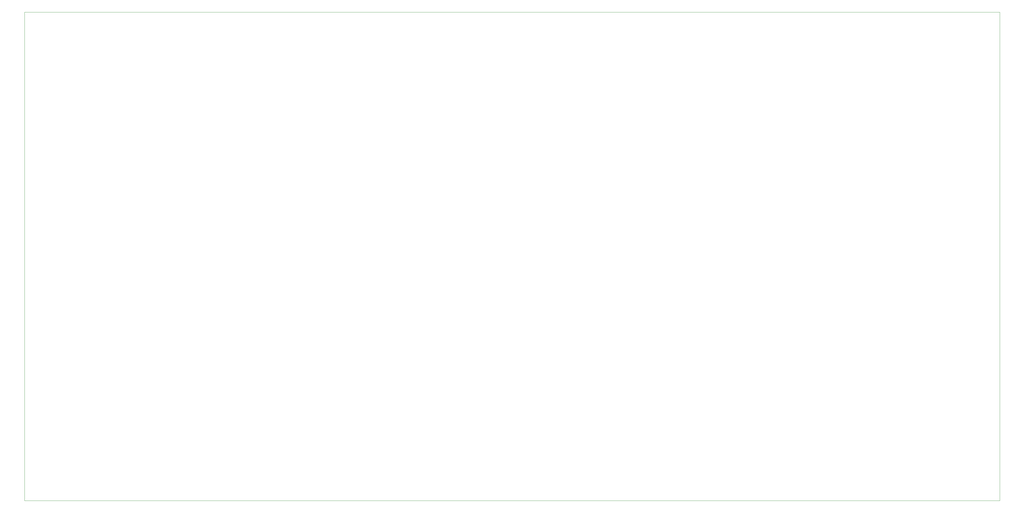
<source format=gbr>
%TF.GenerationSoftware,KiCad,Pcbnew,8.0.1-rc1*%
%TF.CreationDate,2024-04-07T21:12:12-04:00*%
%TF.ProjectId,bcrl_power_supply,6263726c-5f70-46f7-9765-725f73757070,rev?*%
%TF.SameCoordinates,Original*%
%TF.FileFunction,Profile,NP*%
%FSLAX46Y46*%
G04 Gerber Fmt 4.6, Leading zero omitted, Abs format (unit mm)*
G04 Created by KiCad (PCBNEW 8.0.1-rc1) date 2024-04-07 21:12:12*
%MOMM*%
%LPD*%
G01*
G04 APERTURE LIST*
%TA.AperFunction,Profile*%
%ADD10C,0.100000*%
%TD*%
G04 APERTURE END LIST*
D10*
X48986800Y-50025200D02*
X368898000Y-50025200D01*
X368898000Y-210350000D01*
X48986800Y-210350000D01*
X48986800Y-50025200D01*
M02*

</source>
